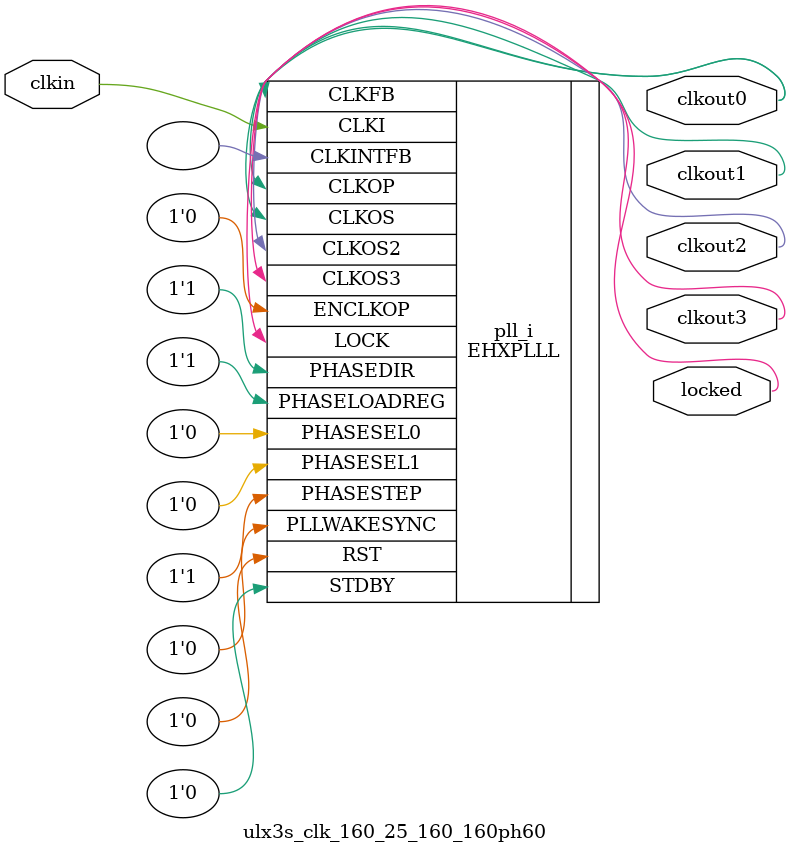
<source format=v>
module ulx3s_clk_160_25_160_160ph60
(
    input clkin, // 25 MHz, 0 deg
    output clkout0, // 160 MHz, 0 deg
    output clkout1, // 25.6 MHz, 0 deg
    output clkout2, // 160 MHz, 0 deg
    output clkout3, // 160 MHz, 56.25 deg
    output locked
);
(* FREQUENCY_PIN_CLKI="25" *)
(* FREQUENCY_PIN_CLKOP="160" *)
(* FREQUENCY_PIN_CLKOS="25.6" *)
(* FREQUENCY_PIN_CLKOS2="160" *)
(* FREQUENCY_PIN_CLKOS3="160" *)
(* ICP_CURRENT="12" *) (* LPF_RESISTOR="8" *) (* MFG_ENABLE_FILTEROPAMP="1" *) (* MFG_GMCREF_SEL="2" *)
EHXPLLL #(
        .PLLRST_ENA("DISABLED"),
        .INTFB_WAKE("DISABLED"),
        .STDBY_ENABLE("DISABLED"),
        .DPHASE_SOURCE("DISABLED"),
        .OUTDIVIDER_MUXA("DIVA"),
        .OUTDIVIDER_MUXB("DIVB"),
        .OUTDIVIDER_MUXC("DIVC"),
        .OUTDIVIDER_MUXD("DIVD"),
        .CLKI_DIV(5),
        .CLKOP_ENABLE("ENABLED"),
        .CLKOP_DIV(4),
        .CLKOP_CPHASE(2),
        .CLKOP_FPHASE(0),
        .CLKOS_ENABLE("ENABLED"),
        .CLKOS_DIV(25),
        .CLKOS_CPHASE(2),
        .CLKOS_FPHASE(0),
        .CLKOS2_ENABLE("ENABLED"),
        .CLKOS2_DIV(4),
        .CLKOS2_CPHASE(2),
        .CLKOS2_FPHASE(0),
        .CLKOS3_ENABLE("ENABLED"),
        .CLKOS3_DIV(4),
        .CLKOS3_CPHASE(2),
        .CLKOS3_FPHASE(5),
        .FEEDBK_PATH("CLKOP"),
        .CLKFB_DIV(32)
    ) pll_i (
        .RST(1'b0),
        .STDBY(1'b0),
        .CLKI(clkin),
        .CLKOP(clkout0),
        .CLKOS(clkout1),
        .CLKOS2(clkout2),
        .CLKOS3(clkout3),
        .CLKFB(clkout0),
        .CLKINTFB(),
        .PHASESEL0(1'b0),
        .PHASESEL1(1'b0),
        .PHASEDIR(1'b1),
        .PHASESTEP(1'b1),
        .PHASELOADREG(1'b1),
        .PLLWAKESYNC(1'b0),
        .ENCLKOP(1'b0),
        .LOCK(locked)
	);
endmodule

</source>
